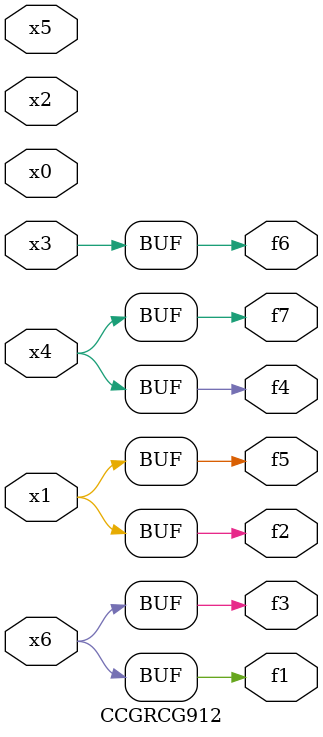
<source format=v>
module CCGRCG912(
	input x0, x1, x2, x3, x4, x5, x6,
	output f1, f2, f3, f4, f5, f6, f7
);
	assign f1 = x6;
	assign f2 = x1;
	assign f3 = x6;
	assign f4 = x4;
	assign f5 = x1;
	assign f6 = x3;
	assign f7 = x4;
endmodule

</source>
